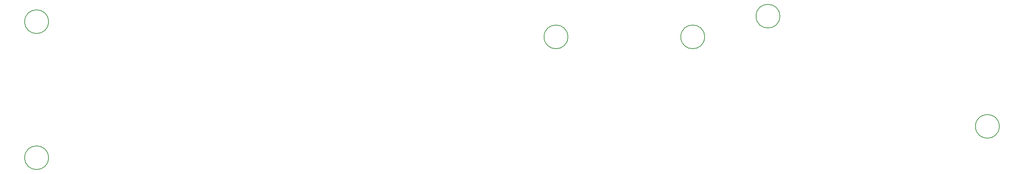
<source format=gbr>
G04 #@! TF.GenerationSoftware,KiCad,Pcbnew,7.0.9*
G04 #@! TF.CreationDate,2024-12-23T13:01:39-05:00*
G04 #@! TF.ProjectId,pods_panel,706f6473-5f70-4616-9e65-6c2e6b696361,rev?*
G04 #@! TF.SameCoordinates,Original*
G04 #@! TF.FileFunction,Other,Comment*
%FSLAX46Y46*%
G04 Gerber Fmt 4.6, Leading zero omitted, Abs format (unit mm)*
G04 Created by KiCad (PCBNEW 7.0.9) date 2024-12-23 13:01:39*
%MOMM*%
%LPD*%
G01*
G04 APERTURE LIST*
%ADD10C,0.150000*%
G04 APERTURE END LIST*
D10*
G04 #@! TO.C,H6*
X265488944Y-57083410D02*
G75*
G03*
X265488944Y-57083410I-2850000J0D01*
G01*
G04 #@! TO.C,H2*
X37668056Y-31866033D02*
G75*
G03*
X37668056Y-31866033I-2850000J0D01*
G01*
G04 #@! TO.C,H3*
X162117566Y-35528033D02*
G75*
G03*
X162117566Y-35528033I-2850000J0D01*
G01*
G04 #@! TO.C,H5*
X212910944Y-30540410D02*
G75*
G03*
X212910944Y-30540410I-2850000J0D01*
G01*
G04 #@! TO.C,H4*
X194883566Y-35528033D02*
G75*
G03*
X194883566Y-35528033I-2850000J0D01*
G01*
G04 #@! TO.C,H1*
X37668056Y-64632033D02*
G75*
G03*
X37668056Y-64632033I-2850000J0D01*
G01*
G04 #@! TD*
M02*

</source>
